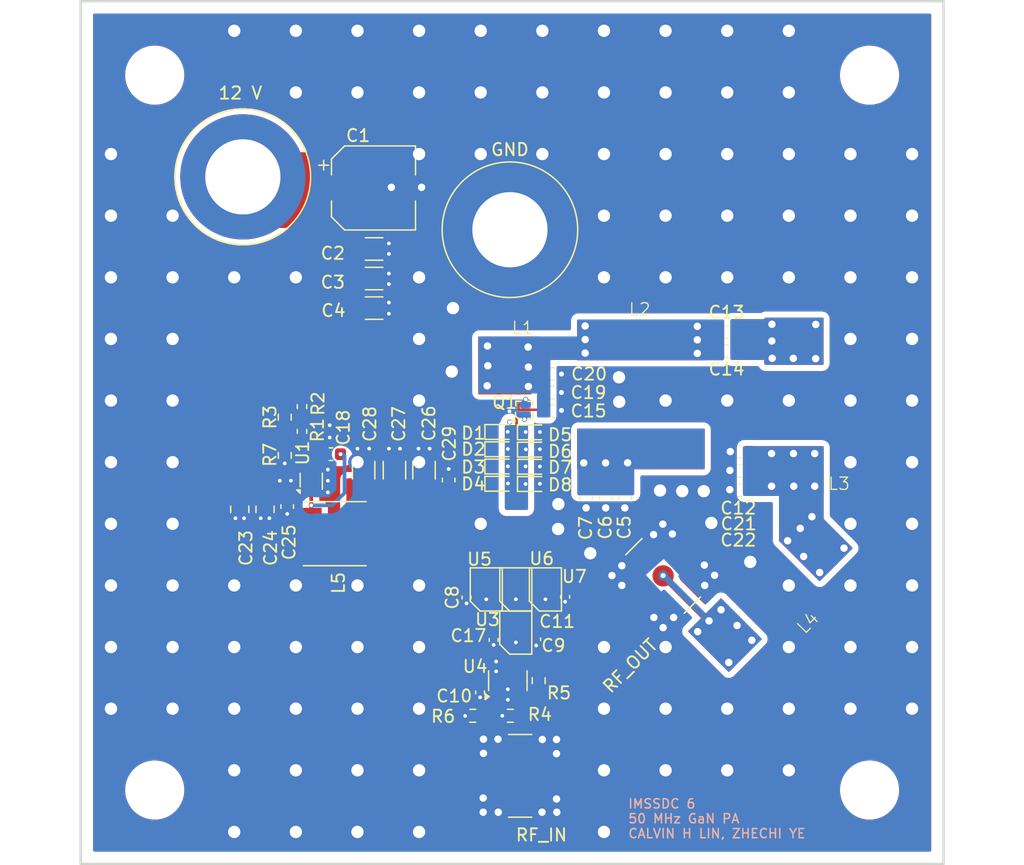
<source format=kicad_pcb>
(kicad_pcb (version 20240108) (generator "pcbnew") (generator_version "8.0")
  (layers (0 "F.Cu" signal) (31 "B.Cu" signal) (34 "B.Paste" user) (35 "F.Paste" user) (36 "B.SilkS" user "B.Silkscreen") (37 "F.SilkS" user "F.Silkscreen") (38 "B.Mask" user) (39 "F.Mask" user) (44 "Edge.Cuts" user))
  (net 0 "")
  (net 1 "GND")
  (net 2 "+12V")
  (net 3 "Net-(C5-Pad1)")
  (net 4 "+5V")
  (net 5 "Net-(C12-Pad1)")
  (net 6 "/D")
  (net 7 "Net-(C13-Pad2)")
  (net 8 "Net-(U1-BST)")
  (net 9 "Net-(U1-SW)")
  (net 10 "/RF_IN")
  (net 11 "/G")
  (net 12 "Net-(U1-EN)")
  (net 13 "Net-(U1-FB)")
  (net 14 "Net-(U4--IN)")
  (net 16 "Net-(U3-A1)")
  (net 18 "Net-(U3-Y1)")
  (net 19 "/G1")
  (net 20 "Net-(J2-In)")
  (footprint "Coilcraft:L_Coilcraft_ZA9423" (layer "F.Cu") (at 129.6 85.3)
    (property "Reference" "L1")
    (property "Value" "20n")
  )
  (footprint "Capacitor_SMD:C_1206_3216Metric" (layer "F.Cu") (at 124.45 80.65)
    (property "Reference" "C4")
    (property "Value" "C_Small")
  )
  (footprint "Diode_SMD:D_SOD-523" (layer "F.Cu") (at 137.3425 94.92)
    (property "Reference" "D8")
    (property "Value" "RB886GT2R")
  )
  (footprint "Capacitor_SMD:C_1206_3216Metric" (layer "F.Cu") (at 124.45 75.85)
    (property "Reference" "C2")
    (property "Value" "C_Small")
  )
  (footprint "Package_TO_SOT_SMD:SOT-23-6" (layer "F.Cu") (at 135.3 110.875 90)
    (property "Reference" "U4")
    (property "Value" "TLV3501")
  )
  (footprint "Coilcraft:Coilcraft_1212VS" (layer "F.Cu") (at 146.1 87.65 -90)
    (property "Reference" "L2")
    (property "Value" "18n")
  )
  (footprint "Connector_Coaxial:SMA_Amphenol_132134-10_Vertical" (layer "F.Cu") (at 136.3 118.6 90)
    (property "Reference" "RF_IN")
    (property "Value" "RF_IN")
  )
  (footprint "Capacitor_SMD:C_0603_1608Metric" (layer "F.Cu") (at 138.95 87.5)
    (property "Reference" "C19")
    (property "Value" "C")
  )
  (footprint "Coilcraft:Coilcraft_2014VS" (layer "F.Cu") (at 158.575 88.55 -90)
    (property "Reference" "L3")
    (property "Value" "128n")
  )
  (footprint "Capacitor_SMD:C_0402_1005Metric" (layer "F.Cu") (at 137.6 107.525 90)
    (property "Reference" "C9")
    (property "Value" "C")
  )
  (footprint "Capacitor_SMD:C_1206_3216Metric" (layer "F.Cu") (at 123.6 93.8 90)
    (property "Reference" "C28")
    (property "Value" "22u")
  )
  (footprint "Capacitor_SMD:C_0603_1608Metric" (layer "F.Cu") (at 138.95 86)
    (property "Reference" "C20")
    (property "Value" "C")
  )
  (footprint "Resistor_SMD:R_0603_1608Metric" (layer "F.Cu") (at 117.2 92.6 -90)
    (property "Reference" "R7")
    (property "Value" "30k")
  )
  (footprint "MountingHole:MountingHole_4.3mm_M4_DIN965" (layer "F.Cu") (at 164.65 61.75)
    (property "Reference" "REF**" (hide yes))
    (property "Value" "MountingHole_4.3mm_M4_DIN965")
  )
  (footprint "Capacitor_SMD:C_0603_1608Metric" (layer "F.Cu") (at 154.1 92.3 180)
    (property "Reference" "C12")
    (property "Value" "C")
  )
  (footprint "Capacitor_SMD:C_1206_3216Metric" (layer "F.Cu") (at 128.5 93.8 90)
    (property "Reference" "C26")
    (property "Value" "22u")
  )
  (footprint "Capacitor_SMD:C_0603_1608Metric" (layer "F.Cu") (at 154.1 93.85 180)
    (property "Reference" "C21")
    (property "Value" "C")
  )
  (footprint "pcbparts:nc7wz04_sc-88_SOIC-6" (layer "F.Cu") (at 135.945 106.975)
    (property "Reference" "U3")
    (property "Value" "NC7WZ04")
  )
  (footprint "Capacitor_SMD:C_0805_2012Metric" (layer "F.Cu") (at 115.6 96.97 -90)
    (property "Reference" "C24")
    (property "Value" "10u")
  )
  (footprint "Capacitor_SMD:C_1206_3216Metric" (layer "F.Cu") (at 124.45 78.25)
    (property "Reference" "C3")
    (property "Value" "C_Small")
  )
  (footprint "pcbparts:nc7wz04_sc-88_SOIC-6" (layer "F.Cu") (at 133.55 103.475)
    (property "Reference" "U5")
    (property "Value" "NC7WZ04")
  )
  (footprint "Connector_Coaxial:SMA_Amphenol_132134-10_Vertical" (layer "F.Cu") (at 147.9 102.375 135)
    (property "Reference" "RF_OUT")
    (property "Value" "RF_OUT")
  )
  (footprint "pcbparts:BGA-9_3x3_6.0x6.0mm" (layer "F.Cu") (at 136.625 88.9 90)
    (property "Reference" "Q1")
    (property "Value" "EPC2214")
  )
  (footprint "Capacitor_SMD:C_0402_1005Metric" (layer "F.Cu") (at 133.05 111.825 -90)
    (property "Reference" "C10")
    (property "Value" "C_Small")
  )
  (footprint "Diode_SMD:D_SOD-523" (layer "F.Cu") (at 134.7 94.9)
    (property "Reference" "D4")
    (property "Value" "RB886GT2R")
  )
  (footprint "Diode_SMD:D_SOD-523" (layer "F.Cu") (at 134.7 93.5)
    (property "Reference" "D3")
    (property "Value" "RB886GT2R")
  )
  (footprint "Diode_SMD:D_SOD-523" (layer "F.Cu") (at 134.7 90.7)
    (property "Reference" "D1")
    (property "Value" "SMS3922")
  )
  (footprint "Diode_SMD:D_SOD-523" (layer "F.Cu") (at 137.3425 93.52)
    (property "Reference" "D7")
    (property "Value" "RB886GT2R")
  )
  (footprint "Capacitor_SMD:C_1206_3216Metric" (layer "F.Cu") (at 126.1 93.8 90)
    (property "Reference" "C27")
    (property "Value" "22u")
  )
  (footprint "Capacitor_SMD:C_0603_1608Metric" (layer "F.Cu") (at 138.95 89)
    (property "Reference" "C15")
    (property "Value" "C")
  )
  (footprint "MountingHole:MountingHole_4.3mm_M4_DIN965" (layer "F.Cu") (at 106.65 61.75)
    (property "Reference" "REF**" (hide yes))
    (property "Value" "MountingHole_4.3mm_M4_DIN965")
  )
  (footprint "Package_TO_SOT_SMD:SOT-563" (layer "F.Cu") (at 119.35 94.7 90)
    (property "Reference" "U1")
    (property "Value" "TPS563203")
  )
  (footprint "Diode_SMD:D_SOD-523" (layer "F.Cu") (at 134.7 92.1)
    (property "Reference" "D2")
    (property "Value" "RB886GT2R")
  )
  (footprint "Capacitor_SMD:C_0402_1005Metric" (layer "F.Cu") (at 131.95 104.125 90)
    (property "Reference" "C8")
    (property "Value" "C")
  )
  (footprint "Capacitor_SMD:C_0603_1608Metric" (layer "F.Cu") (at 141.65 96.025 -90)
    (property "Reference" "C7")
    (property "Value" "C")
  )
  (footprint "Capacitor_SMD:C_0603_1608Metric" (layer "F.Cu") (at 117.4 96.75 -90)
    (property "Reference" "C25")
    (property "Value" "100n")
  )
  (footprint "Resistor_SMD:R_0603_1608Metric" (layer "F.Cu") (at 132.45 113.725 180)
    (property "Reference" "R6")
    (property "Value" "SHORT")
  )
  (footprint "Diode_SMD:D_SOD-523" (layer "F.Cu") (at 137.34 90.73)
    (property "Reference" "D5")
    (property "Value" "RB886GT2R")
  )
  (footprint "Connector:Banana_Jack_1Pin" (layer "F.Cu") (at 113.8 70)
    (property "Reference" "12 V")
    (property "Value" "Conn_01x01_Pin")
  )
  (footprint "Capacitor_SMD:C_0603_1608Metric" (layer "F.Cu") (at 144.8 96.025 -90)
    (property "Reference" "C5")
    (property "Value" "C")
  )
  (footprint "Resistor_SMD:R_0603_1608Metric" (layer "F.Cu") (at 117.2 89.5 -90)
    (property "Reference" "R3")
    (property "Value" "220k")
  )
  (footprint "Capacitor_SMD:C_0603_1608Metric" (layer "F.Cu") (at 153.1 82.6)
    (property "Reference" "C13")
    (property "Value" "C")
  )
  (footprint "MountingHole:MountingHole_4.3mm_M4_DIN965" (layer "F.Cu") (at 164.65 119.75)
    (property "Reference" "REF**" (hide yes))
    (property "Value" "MountingHole_4.3mm_M4_DIN965")
  )
  (footprint "Resistor_SMD:R_0603_1608Metric" (layer "F.Cu") (at 137.8 110.875 -90)
    (property "Reference" "R5")
    (property "Value" "OPEN")
  )
  (footprint "Capacitor_SMD:C_0402_1005Metric" (layer "F.Cu") (at 134.15 107.575 -90)
    (property "Reference" "C17")
    (property "Value" "C_Small")
  )
  (footprint "Inductor_SMD:L_Taiyo-Yuden_MD-5050" (layer "F.Cu") (at 121.25 98.95)
    (property "Reference" "L5")
    (property "Value" "2.2U")
  )
  (footprint "Resistor_SMD:R_0603_1608Metric" (layer "F.Cu") (at 135.5 113.725)
    (property "Reference" "R4")
    (property "Value" "50")
  )
  (footprint "Capacitor_SMD:CP_Elec_6.3x7.7" (layer "F.Cu") (at 124.4 70.9)
    (property "Reference" "C1")
    (property "Value" "C_Small")
  )
  (footprint "Resistor_SMD:R_0402_1005Metric" (layer "F.Cu") (at 118.6 88.64 90)
    (property "Reference" "R2")
    (property "Value" "15k")
  )
  (footprint "MountingHole:MountingHole_4.3mm_M4_DIN965" (layer "F.Cu") (at 106.65 119.75)
    (property "Reference" "REF**" (hide yes))
    (property "Value" "MountingHole_4.3mm_M4_DIN965")
  )
  (footprint "Capacitor_SMD:C_0603_1608Metric" (layer "F.Cu") (at 130.5 94.6 90)
    (property "Reference" "C29")
    (property "Value" "100n")
  )
  (footprint "Coilcraft:Coilcraft_2014VS" (layer "F.Cu") (at 156.594509 103.5 -135)
    (property "Reference" "L4")
    (property "Value" "259n")
  )
  (footprint "Connector:Banana_Jack_1Pin" (layer "F.Cu") (at 135.47 74.29)
    (property "Reference" "GND")
    (property "Value" "Conn_01x01_Pin")
  )
  (footprint "Diode_SMD:D_SOD-523" (layer "F.Cu") (at 137.3425 92.13)
    (property "Reference" "D6")
    (property "Value" "RB886GT2R")
  )
  (footprint "pcbparts:nc7wz04_sc-88_SOIC-6" (layer "F.Cu") (at 135.95 103.475)
    (property "Reference" "U6")
    (property "Value" "NC7WZ04")
  )
  (footprint "Capacitor_SMD:C_0603_1608Metric" (layer "F.Cu") (at 120.95 92.5 180)
    (property "Reference" "C18")
    (property "Value" "0.1u")
  )
  (footprint "Resistor_SMD:R_0402_1005Metric" (layer "F.Cu") (at 118.6 90.65 90)
    (property "Reference" "R1")
    (property "Value" "100k")
  )
  (footprint "Capacitor_SMD:C_0603_1608Metric" (layer "F.Cu") (at 153.1 84.15)
    (property "Reference" "C14")
    (property "Value" "C")
  )
  (footprint "Capacitor_SMD:C_0603_1608Metric" (layer "F.Cu") (at 143.25 96.025 -90)
    (property "Reference" "C6")
    (property "Value" "C")
  )
  (footprint "Capacitor_SMD:C_0402_1005Metric" (layer "F.Cu") (at 139.95 104.075 90)
    (property "Reference" "C11")
    (property "Value" "C")
  )
  (footprint "Capacitor_SMD:C_0805_2012Metric" (layer "F.Cu") (at 113.55 96.97 -90)
    (property "Reference" "C23")
    (property "Value" "10u")
  )
  (footprint "pcbparts:nc7wz04_sc-88_SOIC-6" (layer "F.Cu") (at 138.35 103.475)
    (property "Reference" "U7")
    (property "Value" "NC7WZ04")
  )
  (footprint "Capacitor_SMD:C_0603_1608Metric" (layer "F.Cu") (at 154.1 95.4 180)
    (property "Reference" "C22")
    (property "Value" "C")
  )
  (gr_rect (start 100.65 55.75) (end 170.65 125.75) (stroke (width 0.2)) (fill none) (layer "Edge.Cuts"))
  (gr_text "IMSSDC 6\n50 MHz GaN PA\nCALVIN H LIN, ZHECHI YE" (at 145 123.72 0) (layer "B.SilkS") (effects (font (size 0.75 0.75) (thickness 0.125) (bold yes)) (justify left bottom)))
  (segment (start 136.625 89.35) (end 137.06 89.35) (width 0.2) (layer "F.Cu") (net 1))
  (segment (start 136.65 88.42) (end 136.64 88.43) (width 0.2) (layer "F.Cu") (net 1))
  (segment (start 136.625 89.645) (end 136.65 89.67) (width 0.2) (layer "F.Cu") (net 1))
  (segment (start 136.625 88.45) (end 137.07 88.45) (width 0.2) (layer "F.Cu") (net 1))
  (segment (start 136.625 88.175) (end 136.75 88.05) (width 0.2) (layer "F.Cu") (net 1))
  (segment (start 136.625 89.35) (end 136.625 89.645) (width 0.2) (layer "F.Cu") (net 1))
  (segment (start 136.625 88.45) (end 136.625 88.175) (width 0.2) (layer "F.Cu") (net 1))
  (via (at 130.5 93.7) (size 0.6) (drill 0.3) (layers "F.Cu" "B.Cu") (net 1))
  (via (at 139.38 98.57) (size 1.5) (drill 1) (layers "F.Cu" "B.Cu") (net 1))
  (via (at 123.1 103.15) (size 1.5) (drill 1) (layers "F.Cu" "B.Cu") (net 1))
  (via (at 128.1 83.15) (size 1.5) (drill 1) (layers "F.Cu" "B.Cu") (net 1))
  (via (at 168.1 78.15) (size 1.5) (drill 1) (layers "F.Cu" "B.Cu") (net 1))
  (via (at 151.2 95.5) (size 1.5) (drill 1) (layers "F.Cu" "B.Cu") (net 1))
  (via (at 138.1 68.15) (size 1.5) (drill 1) (layers "F.Cu" "B.Cu") (net 1))
  (via (at 113.1 118.15) (size 1.5) (drill 1) (layers "F.Cu" "B.Cu") (net 1))
  (via (at 128.1 118.15) (size 1.5) (drill 1) (layers "F.Cu" "B.Cu") (net 1))
  (via (at 133.55 104.275) (size 0.4) (drill 0.3) (layers "F.Cu" "B.Cu") (net 1))
  (via (at 134.525 121.55) (size 1) (drill 0.6) (layers "F.Cu" "B.Cu") (net 1))
  (via (at 163.1 73.15) (size 1.5) (drill 1) (layers "F.Cu" "B.Cu") (net 1))
  (via (at 143.1 58.15) (size 1.5) (drill 1) (layers "F.Cu" "B.Cu") (net 1))
  (via (at 134.35 110.125) (size 0.4) (drill 0.3) (layers "F.Cu" "B.Cu") (net 1))
  (via (at 148.1 68.15) (size 1.5) (drill 1) (layers "F.Cu" "B.Cu") (net 1))
  (via (at 153.1 73.15) (size 1.5) (drill 1) (layers "F.Cu" "B.Cu") (net 1))
  (via (at 103.1 93.15) (size 1.5) (drill 1) (layers "F.Cu" "B.Cu") (net 1))
  (via (at 108.1 73.15) (size 1.5) (drill 1) (layers "F.Cu" "B.Cu") (net 1))
  (via (at 123.1 63.15) (size 1.5) (drill 1) (layers "F.Cu" "B.Cu") (net 1))
  (via (at 103.1 113.15) (size 1.5) (drill 1) (layers "F.Cu" "B.Cu") (net 1))
  (via (at 128.05 92.05) (size 0.6) (drill 0.3) (layers "F.Cu" "B.Cu") (net 1))
  (via (at 158.1 113.15) (size 1.5) (drill 1) (layers "F.Cu" "B.Cu") (net 1))
  (via (at 116.8 94.65) (size 0.6) (drill 0.3) (layers "F.Cu" "B.Cu") (net 1))
  (via (at 118.1 123.15) (size 1.5) (drill 1) (layers "F.Cu" "B.Cu") (net 1))
  (via (at 163.1 98.15) (size 1.5) (drill 1) (layers "F.Cu" "B.Cu") (net 1))
  (via (at 158.1 118.15) (size 1.5) (drill 1) (layers "F.Cu" "B.Cu") (net 1))
  (via (at 128.1 108.15) (size 1.5) (drill 1) (layers "F.Cu" "B.Cu") (net 1))
  (via (at 144.32 86.26) (size 1.5) (drill 1) (layers "F.Cu" "B.Cu") (net 1))
  (via (at 139.25 115.65) (size 1) (drill 0.6) (layers "F.Cu" "B.Cu") (net 1))
  (via (at 128.1 58.15) (size 1.5) (drill 1) (layers "F.Cu" "B.Cu") (net 1))
  (via (at 168.1 73.15) (size 1.5) (drill 1) (layers "F.Cu" "B.Cu") (net 1))
  (via (at 103.1 78.15) (size 1.5) (drill 1) (layers "F.Cu" "B.Cu") (net 1))
  (via (at 143.75 102.35) (size 1) (drill 0.6) (layers "F.Cu" "B.Cu") (net 1))
  (via (at 147.15 105.75) (size 1) (drill 0.6) (layers "F.Cu" "B.Cu") (net 1))
  (via (at 131.84 113.735) (size 0.4) (drill 0.3) (layers "F.Cu" "B.Cu") (net 1))
  (via (at 108.1 108.15) (size 1.5) (drill 1) (layers "F.Cu" "B.Cu") (net 1))
  (via (at 168.1 88.15) (size 1.5) (drill 1) (layers "F.Cu" "B.Cu") (net 1))
  (via (at 163.1 93.15) (size 1.5) (drill 1) (layers "F.Cu" "B.Cu") (net 1))
  (via (at 103.1 103.15) (size 1.5) (drill 1) (layers "F.Cu" "B.Cu") (net 1))
  (via (at 128.1 113.15) (size 1.5) (drill 1) (layers "F.Cu" "B.Cu") (net 1))
  (via (at 133.1 98.15) (size 1.5) (drill 1) (layers "F.Cu" "B.Cu") (net 1))
  (via (at 168.1 93.15) (size 1.5) (drill 1) (layers "F.Cu" "B.Cu") (net 1))
  (via (at 125.65 92.05) (size 0.6) (drill 0.3) (layers "F.Cu" "B.Cu") (net 1))
  (via (at 118.1 108.15) (size 1.5) (drill 1) (layers "F.Cu" "B.Cu") (net 1))
  (via (at 143.1 123.15) (size 1.5) (drill 1) (layers "F.Cu" "B.Cu") (net 1))
  (via (at 168.1 108.15) (size 1.5) (drill 1) (layers "F.Cu" "B.Cu") (net 1))
  (via (at 148.1 58.15) (size 1.5) (drill 1) (layers "F.Cu" "B.Cu") (net 1))
  (via (at 131.95 104.605) (size 0.4) (drill 0.3) (layers "F.Cu" "B.Cu") (net 1))
  (via (at 103.1 108.15) (size 1.5) (drill 1) (layers "F.Cu" "B.Cu") (net 1))
  (via (at 163.1 83.15) (size 1.5) (drill 1) (layers "F.Cu" "B.Cu") (net 1))
  (via (at 113.1 103.15) (size 1.5) (drill 1) (layers "F.Cu" "B.Cu") (net 1))
  (via (at 137.9 93.5) (size 0.4) (drill 0.3) (layers "F.Cu" "B.Cu") (net 1))
  (via (at 152.075 102.325) (size 1) (drill 0.6) (layers "F.Cu" "B.Cu") (net 1))
  (via (at 103.1 83.15) (size 1.5) (drill 1) (layers "F.Cu" "B.Cu") (net 1))
  (via (at 125.65 77.85) (size 0.6) (drill 0.3) (layers "F.Cu" "B.Cu") (net 1))
  (via (at 158.1 73.15) (size 1.5) (drill 1) (layers "F.Cu" "B.Cu") (net 1))
  (via (at 134.35 109.325) (size 0.4) (drill 0.3) (layers "F.Cu" "B.Cu") (net 1))
  (via (at 144.34 88.25) (size 1.5) (drill 1) (layers "F.Cu" "B.Cu") (net 1))
  (via (at 143.1 118.15) (size 1.5) (drill 1) (layers "F.Cu" "B.Cu") (net 1))
  (via (at 115.25 97.7) (size 0.6) (drill 0.3) (layers "F.Cu" "B.Cu") (net 1))
  (via (at 148.1 118.15) (size 1.5) (drill 1) (layers "F.Cu" "B.Cu") (net 1))
  (via (at 163.1 78.15) (size 1.5) (drill 1) (layers "F.Cu" "B.Cu") (net 1))
  (via (at 123.1 113.15) (size 1.5) (drill 1) (layers "F.Cu" "B.Cu") (net 1))
  (via (at 113.1 108.15) (size 1.5) (drill 1) (layers "F.Cu" "B.Cu") (net 1))
  (via (at 163.1 108.15) (size 1.5) (drill 1) (layers "F.Cu" "B.Cu") (net 1))
  (via (at 154.97 101.24) (size 1.5) (drill 1) (layers "F.Cu" "B.Cu") (net 1))
  (via (at 163.1 103.15) (size 1.5) (drill 1) (layers "F.Cu" "B.Cu") (net 1))
  (via (at 125.65 76.25) (size 0.6) (drill 0.3) (layers "F.Cu" "B.Cu") (net 1))
  (via (at 125.65 78.7) (size 0.6) (drill 0.3) (layers "F.Cu" "B.Cu") (net 1))
  (via (at 168.1 113.15) (size 1.5) (drill 1) (layers "F.Cu" "B.Cu") (net 1))
  (via (at 108.1 88.15) (size 1.5) (drill 1) (layers "F.Cu" "B.Cu") (net 1))
  (via (at 108.1 78.15) (size 1.5) (drill 1) (layers "F.Cu" "B.Cu") (net 1))
  (via (at 153.1 63.15) (size 1.5) (drill 1) (layers "F.Cu" "B.Cu") (net 1))
  (via (at 139.65 88.95) (size 0.8) (drill 0.4) (layers "F.Cu" "B.Cu") (net 1))
  (via (at 133.1 68.15) (size 1.5) (drill 1) (layers "F.Cu" "B.Cu") (net 1))
  (via (at 120.7 94.65) (size 0.6) (drill 0.3) (layers "F.Cu" "B.Cu") (net 1))
  (via (at 143.1 78.15) (size 1.5) (drill 1) (layers "F.Cu" "B.Cu") (net 1))
  (via (at 108.1 98.15) (size 1.5) (drill 1) (layers "F.Cu" "B.Cu") (net 1))
  (via (at 126.55 92.05) (size 0.6) (drill 0.3) (layers "F.Cu" "B.Cu") (net 1))
  (via (at 139.25 120.475) (size 1) (drill 0.6) (layers "F.Cu" "B.Cu") (net 1))
  (via (at 151.81 98.08) (size 1.5) (drill 1) (layers "F.Cu" "B.Cu") (net 1))
  (via (at 136.75 88.05) (size 0.4) (drill 0.3) (layers "F.Cu" "B.Cu") (net 1))
  (via (at 123.1 123.15) (size 1.5) (drill 1) (layers "F.Cu" "B.Cu") (net 1))
  (via (at 128.95 92.05) (size 0.6) (drill 0.3) (layers "F.Cu" "B.Cu") (net 1))
  (via (at 144.55 101.55) (size 1) (drill 0.6) (layers "F.Cu" "B.Cu") (net 1))
  (via (at 153.35 92.29) (size 1) (drill 0.6) (layers "F.Cu" "B.Cu") (net 1))
  (via (at 125.65 80.2) (size 0.6) (drill 0.3) (layers "F.Cu" "B.Cu") (net 1))
  (via (at 151.25 101.5) (size 1) (drill 0.6) (layers "F.Cu" "B.Cu") (net 1))
  (via (at 168.1 103.15) (size 1.5) (drill 1) (layers "F.Cu" "B.Cu") (net 1))
  (via (at 147.875 98.175) (size 1) (drill 0.6) (layers "F.Cu" "B.Cu") (net 1))
  (via (at 144.79 96.86) (size 1) (drill 0.6) (layers "F.Cu" "B.Cu") (net 1))
  (via (at 168.1 83.15) (size 1.5) (drill 1) (layers "F.Cu" "B.Cu") (net 1))
  (via (at 108.1 113.15) (size 1.5) (drill 1) (layers "F.Cu" "B.Cu") (net 1))
  (via (at 158.1 88.15) (size 1.5) (drill 1) (layers "F.Cu" "B.Cu") (net 1))
  (via (at 133.1 63.15) (size 1.5) (drill 1) (layers "F.Cu" "B.Cu") (net 1))
  (via (at 118.1 118.15) (size 1.5) (drill 1) (layers "F.Cu" "B.Cu") (net 1))
  (via (at 118.1 113.15) (size 1.5) (drill 1) (layers "F.Cu" "B.Cu") (net 1))
  (via (at 115.95 97.7) (size 0.6) (drill 0.3) (layers "F.Cu" "B.Cu") (net 1))
  (via (at 143.1 113.15) (size 1.5) (drill 1) (layers "F.Cu" "B.Cu") (net 1))
  (via (at 163.1 88.15) (size 1.5) (drill 1) (layers "F.Cu" "B.Cu") (net 1))
  (via (at 103.1 88.15) (size 1.5) (drill 1) (layers "F.Cu" "B.Cu") (net 1))
  (via (at 130.85 80.65) (size 1.5) (drill 1) (layers "F.Cu" "B.Cu") (net 1))
  (via (at 128.1 63.15) (size 1.5) (drill 1) (layers "F.Cu" "B.Cu") (net 1))
  (via (at 113.1 113.15) (size 1.5) (drill 1) (layers "F.Cu" "B.Cu") (net 1))
  (via (at 138.1 63.15) (size 1.5) (drill 1) (layers "F.Cu" "B.Cu") (net 1))
  (via (at 163.1 113.15) (size 1.5) (drill 1) (layers "F.Cu" "B.Cu") (net 1))
  (via (at 128.1 78.15) (size 1.5) (drill 1) (layers "F.Cu" "B.Cu") (net 1))
  (via (at 136.65 89.67) (size 0.4) (drill 0.3) (layers "F.Cu" "B.Cu") (net 1))
  (via (at 158.1 103.15) (size 1.5) (drill 1) (layers "F.Cu" "B.Cu") (net 1))
  (via (at 148.1 113.15) (size 1.5) (drill 1) (layers "F.Cu" "B.Cu") (net 1))
  (via (at 153.1 118.15) (size 1.5) (drill 1) (layers "F.Cu" "B.Cu") (net 1))
  (via (at 153.32 93.82) (size 1) (drill 0.6) (layers "F.Cu" "B.Cu") (net 1))
  (via (at 103.1 68.15) (size 1.5) (drill 1) (layers "F.Cu" "B.Cu") (net 1))
  (via (at 125.85 70.85) (size 1) (drill 0.6) (layers "F.Cu" "B.Cu") (net 1))
  (via (at 143.1 68.15) (size 1.5) (drill 1) (layers "F.Cu" "B.Cu") (net 1))
  (via (at 137.9 94.9) (size 0.4) (drill 0.3) (layers "F.Cu" "B.Cu") (net 1))
  (via (at 163.1 68.15) (size 1.5) (drill 1) (layers "F.Cu" "B.Cu") (net 1))
  (via (at 143.1 63.15) (size 1.5) (drill 1) (layers "F.Cu" "B.Cu") (net 1))
  (via (at 151.275 103.15) (size 1) (drill 0.6) (layers "F.Cu" "B.Cu") (net 1))
  (via (at 141.65 96.86) (size 1) (drill 0.6) (layers "F.Cu" "B.Cu") (net 1))
  (via (at 143.1 73.15) (size 1.5) (drill 1) (layers "F.Cu" "B.Cu") (net 1))
  (via (at 153.1 88.15) (size 1.5) (drill 1) (layers "F.Cu" "B.Cu") (net 1))
  (via (at 141.99 100.54) (size 1.5) (drill 1) (layers "F.Cu" "B.Cu") (net 1))
  (via (at 130.75 85.8) (size 1.5) (drill 1) (layers "F.Cu" "B.Cu") (net 1))
  (via (at 147.9 106.575) (size 1) (drill 0.6) (layers "F.Cu" "B.Cu") (net 1))
  (via (at 135.3 112.425) (size 0.4) (drill 0.3) (layers "F.Cu" "B.Cu") (net 1))
  (via (at 118.1 63.15) (size 1.5) (drill 1) (layers "F.Cu" "B.Cu") (net 1))
  (via (at 120.85 91.15) (size 0.6) (drill 0.3) (layers "F.Cu" "B.Cu") (net 1))
  (via (at 123.1 93.15) (size 1.5) (drill 1) (layers "F.Cu" "B.Cu") (net 1))
  (via (at 113.1 123.15) (size 1.5) (drill 1) (layers "F.Cu" "B.Cu") (net 1))
  (via (at 135.95 107.775) (size 0.4) (drill 0.3) (layers "F.Cu" "B.Cu") (net 1))
  (via (at 148.1 63.15) (size 1.5) (drill 1) (layers "F.Cu" "B.Cu") (net 1))
  (via (at 158.1 78.15) (size 1.5) (drill 1) (layers "F.Cu" "B.Cu") (net 1))
  (via (at 118.1 103.15) (size 1.5) (drill 1) (layers "F.Cu" "B.Cu") (net 1))
  (via (at 133.325 115.625) (size 1) (drill 0.6) (layers "F.Cu" "B.Cu") (net 1))
  (via (at 153.1 68.15) (size 1.5) (drill 1) (layers "F.Cu" "B.Cu") (net 1))
  (via (at 128.1 103.15) (size 1.5) (drill 1) (layers "F.Cu" "B.Cu") (net 1))
  (via (at 133.3 121.55) (size 1) (drill 0.6) (layers "F.Cu" "B.Cu") (net 1))
  (via (at 108.1 103.15) (size 1.5) (drill 1) (layers "F.Cu" "B.Cu") (net 1))
  (via (at 120.7 93.75) (size 0.6) (drill 0.3) (layers "F.Cu" "B.Cu") (net 1))
  (via (at 168.1 68.15) (size 1.5) (drill 1) (layers "F.Cu" "B.Cu") (net 1))
  (via (at 108.1 93.15) (size 1.5) (drill 1) (layers "F.Cu" "B.Cu") (net 1))
  (via (at 113.1 58.15) (size 1.5) (drill 1) (layers "F.Cu" "B.Cu") (net 1))
  (via (at 139.275 121.55) (size 1) (drill 0.6) (layers "F.Cu" "B.Cu") (net 1))
  (via (at 128.1 88.15) (size 1.5) (drill 1) (layers "F.Cu" "B.Cu") (net 1))
  (via (at 138.1 58.15) (size 1.5) (drill 1) (layers "F.Cu" "B.Cu") (net 1))
  (via (at 128.3 70.85) (size 1) (drill 0.6) (layers "F.Cu" "B.Cu") (net 1))
  (via (at 139.4 96.55) (size 1.5) (drill 1) (layers "F.Cu" "B.Cu") (net 1))
  (via (at 153.1 78.15) (size 1.5) (drill 1) (layers "F.Cu" "B.Cu") (net 1))
  (via (at 148.1 78.15) (size 1.5) (drill 1) (layers "F.Cu" "B.Cu") (net 1))
  (via (at 124.05 92.05) (size 0.6) (drill 0.3) (layers "F.Cu" "B.Cu") (net 1))
  (via (at 120.85 90.15) (size 0.6) (drill 0.3) (layers "F.Cu" "B.Cu") (net 1))
  (via (at 148.75 105.75) (size 1) (drill 0.6) (layers "F.Cu" "B.Cu") (net 1))
  (via (at 103.1 98.15) (size 1.5) (drill 1) (layers "F.Cu" "B.Cu") (net 1))
  (via (at 123.1 118.15) (size 1.5) (drill 1) (layers "F.Cu" "B.Cu") (net 1))
  (via (at 135.43 89.02) (size 0.4) (drill 0.3) (layers "F.Cu" "B.Cu") (net 1))
  (via (at 123.1 92.05) (size 0.6) (drill 0.3) (layers "F.Cu" "B.Cu") (net 1))
  (via (at 148.1 88.15) (size 1.5) (drill 1) (layers "F.Cu" "B.Cu") (net 1))
  (via (at 117.4 97.35) (size 0.6) (drill 0.3) (layers "F.Cu" "B.Cu") (net 1))
  (via (at 128.1 123.15) (size 1.5) (drill 1) (layers "F.Cu" "B.Cu") (net 1))
  (via (at 168.1 98.15) (size 1.5) (drill 1) (layers "F.Cu" "B.Cu") (net 1))
  (via (at 147.65 95.45) (size 1.5) (drill 1) (layers "F.Cu" "B.Cu") (net 1))
  (via (at 134.85 113.725) (size 0.4) (drill 0.3) (layers "F.Cu" "B.Cu") (net 1))
  (via (at 133.3 120.4) (size 1) (drill 0.6) (layers "F.Cu" "B.Cu") (net 1))
  (via (at 117.7 94.65) (size 0.6) (drill 0.3) (layers "F.Cu" "B.Cu") (net 1))
  (via (at 148.65 98.975) (size 1) (drill 0.6) (layers "F.Cu" "B.Cu") (net 1))
  (via (at 138.35 104.275) (size 0.4) (drill 0.3) (layers "F.Cu" "B.Cu") (net 1))
  (via (at 118.1 58.15) (size 1.5) (drill 1) (layers "F.Cu" "B.Cu") (net 1))
  (via (at 128.1 93.15) (size 1.5) (drill 1) (layers "F.Cu" "B.Cu") (net 1))
  (via (at 137.6 108.025) (size 0.4) (drill 0.3) (layers "F.Cu" "B.Cu") (net 1))
  (via (at 153.1 58.15) (size 1.5) (drill 1) (layers "F.Cu" "B.Cu") (net 1))
  (via (at 133.1 58.15) (size 1.5) (drill 1) (layers "F.Cu" "B.Cu") (net 1))
  (via (at 123.1 58.15) (size 1.5) (drill 1) (layers "F.Cu" "B.Cu") (net 1))
  (via (at 153.31 95.38) (size 1) (drill 0.6) (layers "F.Cu" "B.Cu") (net 1))
  (via (at 137.9 92.1) (size 0.4) (drill 0.3) (layers "F.Cu" "B.Cu") (net 1))
  (via (at 113.2 97.7) (size 0.6) (drill 0.3) (layers "F.Cu" "B.Cu") (net 1))
  (via (at 158.1 63.15) (size 1.5) (drill 1) (layers "F.Cu" "B.Cu") (net 1))
  (via (at 135.95 104.275) (size 0.4) (drill 0.3) (layers "F.Cu" "B.Cu") (net 1))
  (via (at 153.1 113.15) (size 1.5) (drill 1) (layers "F.Cu" "B.Cu") (net 1))
  (via (at 125.65 81.1) (size 0.6) (drill 0.3) (layers "F.Cu" "B.Cu") (net 1))
  (via (at 133.325 116.775) (size 1) (drill 0.6) (layers "F.Cu" "B.Cu") (net 1))
  (via (at 123.1 108.15) (size 1.5) (drill 1) (layers "F.Cu" "B.Cu") (net 1))
  (via (at 118.1 78.15) (size 1.5) (drill 1) (layers "F.Cu" "B.Cu") (net 1))
  (via (at 148.1 73.15) (size 1.5) (drill 1) (layers "F.Cu" "B.Cu") (net 1))
  (via (at 143.1 108.15) (size 1.5) (drill 1) (layers "F.Cu" "B.Cu") (net 1))
  (via (at 120.7 95.6) (size 0.6) (drill 0.3) (layers "F.Cu" "B.Cu") (net 1))
  (via (at 143.24 96.86) (size 1) (drill 0.6) (layers "F.Cu" "B.Cu") (net 1))
  (via (at 117.2 93.25) (size 0.4) (drill 0.3) (layers "F.Cu" "B.Cu") (net 1))
  (via (at 139.65 87.5) (size 0.8) (drill 0.4) (layers "F.Cu" "B.Cu") (net 1))
  (via (at 128.1 68.15) (size 1.5) (drill 1) (layers "F.Cu" "B.Cu") (net 1))
  (via (at 148.1 108.15) (size 1.5) (drill 1) (layers "F.Cu" "B.Cu") (net 1))
  (via (at 134.5 115.625) (size 1) (drill 0.6) (layers "F.Cu" "B.Cu") (net 1))
  (via (at 139.95 104.475) (size 0.4) (drill 0.3) (layers "F.Cu" "B.Cu") (net 1))
  (via (at 113.1 78.15) (size 1.5) (drill 1) (layers "F.Cu" "B.Cu") (net 1))
  (via (at 139.65 86) (size 0.8) (drill 0.4) (layers "F.Cu" "B.Cu") (net 1))
  (via (at 139.25 116.8) (size 1) (drill 0.6) (layers "F.Cu" "B.Cu") (net 1))
  (via (at 158.1 68.15) (size 1.5) (drill 1) (layers "F.Cu" "B.Cu") (net 1))
  (via (at 158.1 108.15) (size 1.5) (drill 1) (layers "F.Cu" "B.Cu") (net 1))
  (via (at 113.9 97.7) (size 0.6) (drill 0.3) (layers "F.Cu" "B.Cu") (net 1))
  (via (at 138.075 121.55) (size 1) (drill 0.6) (layers "F.Cu" "B.Cu") (net 1))
  (via (at 158.1 58.15) (size 1.5) (drill 1) (layers "F.Cu" "B.Cu") (net 1))
  (via (at 144.55 103.15) (size 1) (drill 0.6) (layers "F.Cu" "B.Cu") (net 1))
  (via (at 149.45 95.5) (size 1.5) (drill 1) (layers "F.Cu" "B.Cu") (net 1))
  (via (at 147.125 99.025) (size 1) (drill 0.6) (layers "F.Cu" "B.Cu") (net 1))
  (via (at 135.3 111.575) (size 0.4) (drill 0.3) (layers "F.Cu" "B.Cu") (net 1))
  (via (at 125.65 75.4) (size 0.6) (drill 0.3) (layers "F.Cu" "B.Cu") (net 1))
  (via (at 133.05 112.225) (size 0.4) (drill 0.3) (layers "F.Cu" "B.Cu") (net 1))
  (via (at 108.1 83.15) (size 1.5) (drill 1) (layers "F.Cu" "B.Cu") (net 1))
  (via (at 137.9 90.7) (size 0.4) (drill 0.3) (layers "F.Cu" "B.Cu") (net 1))
  (via (at 103.1 73.15) (size 1.5) (drill 1) (layers "F.Cu" "B.Cu") (net 1))
  (via (at 138.1 115.65) (size 1) (drill 0.6) (layers "F.Cu" "B.Cu") (net 1))
  (via (at 134.15 107.975) (size 0.4) (drill 0.3) (layers "F.Cu" "B.Cu") (net 1))
  (segment (start 124.275 85.165) (end 124.14 85.3) (width 1.5) (layer "F.Cu") (net 2))
  (via (at 143.23 93.21) (size 1) (drill 0.6) (layers "F.Cu" "B.Cu") (net 3))
  (via (at 141.46 93.21) (size 1) (drill 0.6) (layers "F.Cu" "B.Cu") (net 3))
  (via (at 145.02 93.2) (size 1) (drill 0.6) (layers "F.Cu" "B.Cu") (net 3))
  (segment (start 135.82 107.045) (end 135.7025 106.9275) (width 0.3) (layer "F.Cu") (net 4))
  (segment (start 136.5625 110.05) (end 136.25 109.7375) (width 0.3) (layer "F.Cu") (net 4))
  (segment (start 138.57 103.405) (end 135.73 103.405) (width 0.3) (layer "F.Cu") (net 4))
  (segment (start 133.09 103.645) (end 133.33 103.405) (width 0.3) (layer "F.Cu") (net 4))
  (segment (start 129.405456 91.4) (end 131.35 93.344544) (width 0.3) (layer "F.Cu") (net 4))
  (segment (start 140.259999 103.595) (end 139.95 103.595) (width 0.5) (layer "F.Cu") (net 4))
  (segment (start 130.5 97.85) (end 130.45 97.9) (width 1) (layer "F.Cu") (net 4))
  (segment (start 118.989634 87.51) (end 122.879634 91.4) (width 0.3) (layer "F.Cu") (net 4))
  (segment (start 133.05 107.885001) (end 133.840001 107.095) (width 0.5) (layer "F.Cu") (net 4))
  (segment (start 130.45 97.9) (end 130.45 102.55) (width 1) (layer "F.Cu") (net 4))
  (segment (start 135.7025 106.9275) (end 135.945 106.685) (width 0.3) (layer "F.Cu") (net 4))
  (segment (start 131.35 94.525) (end 130.5 95.375) (width 0.3) (layer "F.Cu") (net 4))
  (segment (start 139.95 103.595) (end 138.76 103.595) (width 0.3) (layer "F.Cu") (net 4))
  (segment (start 137.8 110.05) (end 136.5625 110.05) (width 0.3) (layer "F.Cu") (net 4))
  (segment (start 137.6 107.045) (end 137.909999 107.045) (width 0.5) (layer "F.Cu") (net 4))
  (segment (start 137.909999 107.045) (end 138.36 107.495001) (width 0.5) (layer "F.Cu") (net 4))
  (segment (start 130.45 108.725) (end 133.05 111.325) (width 1) (layer "F.Cu") (net 4))
  (segment (start 122.879634 91.4) (end 129.405456 91.4) (width 0.3) (layer "F.Cu") (net 4))
  (segment (start 130.45 97.8) (end 130.5 97.85) (width 1) (layer "F.Cu") (net 4))
  (segment (start 138.35 103.185) (end 138.35 102.555) (width 0.3) (layer "F.Cu") (net 4))
  (segment (start 134.15 107.095) (end 135.535 107.095) (width 0.3) (layer "F.Cu") (net 4))
  (segment (start 130.45 95.425) (end 130.45 97.8) (width 1) (layer "F.Cu") (net 4))
  (segment (start 133.840001 107.095) (end 134.15 107.095) (width 0.5) (layer "F.Cu") (net 4))
  (segment (start 133.33 103.405) (end 133.55 103.185) (width 0.3) (layer "F.Cu") (net 4))
  (segment (start 135.95 103.185) (end 135.73 103.405) (width 0.3) (layer "F.Cu") (net 4))
  (segment (start 131.95 103.645) (end 133.09 103.645) (width 0.3) (layer "F.Cu") (net 4))
  (segment (start 117.2 88.275) (end 117.965 87.51) (width 0.3) (layer "F.Cu") (net 4))
  (segment (start 139.95 101.876472) (end 139.95 103.595) (width 0.5) (layer "F.Cu") (net 4))
  (segment (start 133.55 103.185) (end 133.55 102.555) (width 0.3) (layer "F.Cu") (net 4))
  (segment (start 138.36 109.49) (end 137.8 110.05) (width 0.5) (layer "F.Cu") (net 4))
  (segment (start 138.36 107.495001) (end 138.36 108.425) (width 0.5) (layer "F.Cu") (net 4))
  (segment (start 138.76 103.595) (end 138.57 103.405) (width 0.3) (layer "F.Cu") (net 4))
  (segment (start 130.45 102.55) (end 130.45 108.725) (width 1) (layer "F.Cu") (net 4))
  (segment (start 131.35 93.344544) (end 131.35 94.525) (width 0.3) (layer "F.Cu") (net 4))
  (segment (start 138.36 108.425) (end 140.71 106.075) (width 0.5) (layer "F.Cu") (net 4))
  (segment (start 137.448528 99.375) (end 139.95 101.876472) (width 0.5) (layer "F.Cu") (net 4))
  (segment (start 133.05 111.345) (end 133.05 107.885001) (width 0.5) (layer "F.Cu") (net 4))
  (segment (start 138.57 103.405) (end 138.35 103.185) (width 0.3) (layer "F.Cu") (net 4))
  (segment (start 117.965 87.51) (end 118.989634 87.51) (width 0.3) (layer "F.Cu") (net 4))
  (segment (start 137.6 107.045) (end 135.82 107.045) (width 0.3) (layer "F.Cu") (net 4))
  (segment (start 131.545 103.645) (end 130.45 102.55) (width 0.5) (layer "F.Cu") (net 4))
  (segment (start 135.95 102.555) (end 135.95 103.185) (width 0.3) (layer "F.Cu") (net 4))
  (segment (start 140.71 106.075) (end 140.71 104.045001) (width 0.5) (layer "F.Cu") (net 4))
  (segment (start 135.535 107.095) (end 135.7025 106.9275) (width 0.3) (layer "F.Cu") (net 4))
  (segment (start 135.945 106.685) (end 135.945 106.055) (width 0.3) (layer "F.Cu") (net 4))
  (segment (start 132.025 99.375) (end 137.448528 99.375) (width 0.5) (layer "F.Cu") (net 4))
  (segment (start 131.95 103.645) (end 131.545 103.645) (width 0.5) (layer "F.Cu") (net 4))
  (segment (start 130.5 97.85) (end 132.025 99.375) (width 0.5) (layer "F.Cu") (net 4))
  (segment (start 138.36 108.425) (end 138.36 109.49) (width 0.5) (layer "F.Cu") (net 4))
  (segment (start 130.5 95.375) (end 130.45 95.425) (width 1) (layer "F.Cu") (net 4))
  (segment (start 117.2 88.675) (end 117.2 88.275) (width 0.3) (layer "F.Cu") (net 4))
  (segment (start 140.71 104.045001) (end 140.259999 103.595) (width 0.5) (layer "F.Cu") (net 4))
  (segment (start 135.73 103.405) (end 133.33 103.405) (width 0.3) (layer "F.Cu") (net 4))
  (via (at 159.3 100.8) (size 1) (drill 0.6) (layers "F.Cu" "B.Cu") (net 5))
  (via (at 159.975 97.575) (size 1) (drill 0.6) (layers "F.Cu" "B.Cu") (net 5))
  (via (at 158.5 95.1) (size 1) (drill 0.6) (layers "F.Cu" "B.Cu") (net 5))
  (via (at 160.2 95.1) (size 1) (drill 0.6) (layers "F.Cu" "B.Cu") (net 5))
  (via (at 156.7 95.1) (size 1) (drill 0.6) (layers "F.Cu" "B.Cu") (net 5))
  (via (at 156.7 92.45) (size 1) (drill 0.6) (layers "F.Cu" "B.Cu") (net 5))
  (via (at 159.025 98.525) (size 1) (drill 0.6) (layers "F.Cu" "B.Cu") (net 5))
  (via (at 160.2 92.45) (size 1) (drill 0.6) (layers "F.Cu" "B.Cu") (net 5))
  (via (at 160.6 102.1) (size 1) (drill 0.6) (layers "F.Cu" "B.Cu") (net 5))
  (via (at 158.475 92.45) (size 1) (drill 0.6) (layers "F.Cu" "B.Cu") (net 5))
  (via (at 158 99.525) (size 1) (drill 0.6) (layers "F.Cu" "B.Cu") (net 5))
  (via (at 162.575 100.125) (size 1) (drill 0.6) (layers "F.Cu" "B.Cu") (net 5))
  (segment (start 137.075 88.9) (end 137.84 88.9) (width 0.2) (layer "F.Cu") (net 6))
  (segment (start 138.09 88.9) (end 138.12 88.93) (width 0.2) (layer "F.Cu") (net 6))
  (segment (start 136.175 87.575) (end 136.2 87.55) (width 0.2) (layer "F.Cu") (net 6))
  (segment (start 136.14 87.54) (end 136.16 87.52) (width 0.2) (layer "F.Cu") (net 6))
  (segment (start 136.175 88.9) (end 136.175 88.45) (width 0.2) (layer "F.Cu") (net 6))
  (segment (start 137.84 88.9) (end 137.85 88.91) (width 0.2) (layer "F.Cu") (net 6))
  (segment (start 136.175 88.9) (end 137.075 88.9) (width 0.2) (layer "F.Cu") (net 6))
  (segment (start 138.075 88.9) (end 138.175 89) (width 0.2) (layer "F.Cu") (net 6))
  (via (at 141.575 82.1) (size 1) (drill 0.6) (layers "F.Cu" "B.Cu") (net 6))
  (via (at 136.97 87.01) (size 1) (drill 0.6) (layers "F.Cu" "B.Cu") (net 6))
  (via (at 136.97 85.435) (size 1) (drill 0.6) (layers "F.Cu" "B.Cu") (net 6))
  (via (at 133.625 86.95) (size 1) (drill 0.6) (layers "F.Cu" "B.Cu") (net 6))
  (via (at 133.675 85.325) (size 1) (drill 0.6) (layers "F.Cu" "B.Cu") (net 6))
  (via (at 150.675 82.125) (size 1) (drill 0.6) (layers "F.Cu" "B.Cu") (net 6))
  (via (at 141.575 83.2) (size 1) (drill 0.6) (layers "F.Cu" "B.Cu") (net 6))
  (via (at 150.675 83.225) (size 1) (drill 0.6) (layers "F.Cu" "B.Cu") (net 6))
  (via (at 133.65 83.725) (size 1) (drill 0.6) (layers "F.Cu" "B.Cu") (net 6))
  (via (at 141.575 84.3) (size 1) (drill 0.6) (layers "F.Cu" "B.Cu") (net 6))
  (via (at 150.675 84.325) (size 1) (drill 0.6) (layers "F.Cu" "B.Cu") (net 6))
  (via (at 136.945 83.81) (size 1) (drill 0.6) (layers "F.Cu" "B.Cu") (net 6))
  (via (at 156.72 83.32) (size 1) (drill 0.6) (layers "F.Cu" "B.Cu") (net 7))
  (via (at 158.4625 84.725) (size 1) (drill 0.6) (layers "F.Cu" "B.Cu") (net 7))
  (via (at 160.2875 81.975) (size 1) (drill 0.6) (layers "F.Cu" "B.Cu") (net 7))
  (via (at 160.275 84.75) (size 1) (drill 0.6) (layers "F.Cu" "B.Cu") (net 7))
  (via (at 156.73 81.96) (size 1) (drill 0.6) (layers "F.Cu" "B.Cu") (net 7))
  (via (at 156.75 84.72) (size 1) (drill 0.6) (layers "F.Cu" "B.Cu") (net 7))
  (segment (start 119.85 93.95) (end 119.85 92.625) (width 0.3) (layer "F.Cu") (net 8))
  (segment (start 119.85 92.625) (end 119.925 92.55) (width 0.3) (layer "F.Cu") (net 8))
  (segment (start 119.35 95.45) (end 119.35 96.65) (width 0.3) (layer "F.Cu") (net 9))
  (segment (start 119.35 96.65) (end 119.35 98.85) (width 0.3) (layer "F.Cu") (net 9))
  (segment (start 119.35 98.85) (end 119.45 98.95) (width 0.3) (layer "F.Cu") (net 9))
  (via (at 121.725 92.5) (size 0.4) (drill 0.3) (layers "F.Cu" "B.Cu") (net 9))
  (via (at 119.35 96.65) (size 0.4) (drill 0.3) (layers "F.Cu" "B.Cu") (net 9))
  (segment (start 122.05 95.65) (end 122.05 92.65) (width 0.3) (layer "B.Cu") (net 9))
  (segment (start 122.05 92.65) (end 121.9 92.5) (width 0.3) (layer "B.Cu") (net 9))
  (segment (start 121.9 92.5) (end 121.725 92.5) (width 0.3) (layer "B.Cu") (net 9))
  (segment (start 121.05 96.65) (end 122.05 95.65) (width 0.3) (layer "B.Cu") (net 9))
  (segment (start 119.35 96.65) (end 121.05 96.65) (width 0.3) (layer "B.Cu") (net 9))
  (segment (start 136.325 113.725) (end 136.325 114) (width 0.3) (layer "F.Cu") (net 10))
  (segment (start 136.3 114.025) (end 136.3 118.6) (width 0.3) (layer "F.Cu") (net 10))
  (segment (start 136.325 112.0875) (end 136.25 112.0125) (width 0.3) (layer "F.Cu") (net 10))
  (segment (start 136.325 114) (end 136.3 114.025) (width 0.3) (layer "F.Cu") (net 10))
  (segment (start 136.325 113.725) (end 136.325 112.0875) (width 0.3) (layer "F.Cu") (net 10))
  (segment (start 136.01 89.9) (end 136.01 90.25) (width 0.2) (layer "F.Cu") (net 11))
  (segment (start 136.175 89.35) (end 136.01 89.515) (width 0.2) (layer "F.Cu") (net 11))
  (segment (start 136.01 89.9) (end 135.45 89.9) (width 0.2) (layer "F.Cu") (net 11))
  (segment (start 136.01 89.515) (end 136.01 89.9) (width 0.2) (layer "F.Cu") (net 11))
  (via (at 136.74 94.92) (size 0.4) (drill 0.3) (layers "F.Cu" "B.Cu") (net 11))
  (via (at 135.45 89.9) (size 0.4) (drill 0.3) (layers "F.Cu" "B.Cu") (net 11))
  (via (at 136.76 92.11) (size 0.4) (drill 0.3) (layers "F.Cu" "B.Cu") (net 11))
  (via (at 136.74 93.49) (size 0.4) (drill 0.3) (layers "F.Cu" "B.Cu") (net 11))
  (via (at 135.3 92.08) (size 0.4) (drill 0.3) (layers "F.Cu" "B.Cu") (net 11))
  (via (at 135.3 93.49) (size 0.4) (drill 0.3) (layers "F.Cu" "B.Cu") (net 11))
  (via (at 135.31 94.88) (size 0.4) (drill 0.3) (layers "F.Cu" "B.Cu") (net 11))
  (via (at 136.75 90.7) (size 0.4) (drill 0.3) (layers "F.Cu" "B.Cu") (net 11))
  (via (at 135.29 90.69) (size 0.4) (drill 0.3) (layers "F.Cu" "B.Cu") (net 11))
  (segment (start 119.35 90.3) (end 118.6 89.55) (width 0.3) (layer "F.Cu") (net 12))
  (segment (start 118.6 90.14) (end 118.6 89.55) (width 0.5) (layer "F.Cu") (net 12))
  (segment (start 119.35 93.95) (end 119.35 90.3) (width 0.3) (layer "F.Cu") (net 12))
  (segment (start 118.6 89.55) (end 118.6 89.15) (width 0.5) (layer "F.Cu") (net 12))
  (segment (start 118.85 93.425) (end 117.2 91.775) (width 0.3) (layer "F.Cu") (net 13))
  (segment (start 118.85 93.95) (end 118.85 93.425) (width 0.3) (layer "F.Cu") (net 13))
  (segment (start 117.2 90.325) (end 117.2 91.775) (width 0.5) (layer "F.Cu") (net 13))
  (segment (start 133.275 113.0875) (end 134.35 112.0125) (width 0.3) (layer "F.Cu") (net 14))
  (segment (start 134.35 112.0125) (end 134.35 111.350001) (width 0.2) (layer "F.Cu") (net 14))
  (segment (start 134.35 111.350001) (end 134.650001 111.05) (width 0.2) (layer "F.Cu") (net 14))
  (segment (start 137.15 111.05) (end 137.8 111.7) (width 0.2) (layer "F.Cu") (net 14))
  (segment (start 133.275 113.725) (end 133.275 113.0875) (width 0.3) (layer "F.Cu") (net 14))
  (segment (start 134.650001 111.05) (end 137.15 111.05) (width 0.2) (layer "F.Cu") (net 14))
  (segment (start 136.6 105.025) (end 136.25 105.375) (width 0.3) (layer "F.Cu") (net 18))
  (segment (start 133.25 105.375) (end 134.7 105.375) (width 0.3) (layer "F.Cu") (net 18))
  (segment (start 134.2 104.395) (end 134.2 105.075) (width 0.3) (layer "F.Cu") (net 18))
  (segment (start 134.5 105.375) (end 134.7 105.375) (width 0.3) (layer "F.Cu") (net 18))
  (segment (start 136.25 105.375) (end 135.345 105.375) (width 0.3) (layer "F.Cu") (net 18))
  (segment (start 137.7 104.975) (end 137.7 104.395) (width 0.3) (layer "F.Cu") (net 18))
  (segment (start 137.1 105.375) (end 138.45 105.375) (width 0.3) (layer "F.Cu") (net 18))
  (segment (start 136.25 105.375) (end 137.1 105.375) (width 0.3) (layer "F.Cu") (net 18))
  (segment (start 132.9 104.395) (end 132.9 105.025) (width 0.3) (layer "F.Cu") (net 18))
  (segment (start 137.1 105.375) (end 137.3 105.375) (width 0.3) (layer "F.Cu") (net 18))
  (segment (start 135.295 105.425) (end 135.295 104.4) (width 0.3) (layer "F.Cu") (net 18))
  (segment (start 135.245 105.375) (end 135.295 105.425) (width 0.3) (layer "F.Cu") (net 18))
  (segment (start 135.295 106.055) (end 135.295 105.425) (width 0.3) (layer "F.Cu") (net 18))
  (segment (start 138.45 105.375) (end 139 104.825) (width 0.3) (layer "F.Cu") (net 18))
  (segment (start 139 104.825) (end 139 104.395) (width 0.3) (layer "F.Cu") (net 18))
  (segment (start 132.9 105.025) (end 133.25 105.375) (width 0.3) (layer "F.Cu") (net 18))
  (segment (start 134.7 105.375) (end 135.245 105.375) (width 0.3) (layer "F.Cu") (net 18))
  (segment (start 134.2 105.075) (end 134.5 105.375) (width 0.3) (layer "F.Cu") (net 18))
  (segment (start 135.295 104.4) (end 135.3 104.395) (width 0.3) (layer "F.Cu") (net 18))
  (segment (start 137.3 105.375) (end 137.7 104.975) (width 0.3) (layer "F.Cu") (net 18))
  (segment (start 135.345 105.375) (end 135.295 105.425) (width 0.3) (layer "F.Cu") (net 18))
  (segment (start 136.6 104.395) (end 136.6 105.025) (width 0.3) (layer "F.Cu") (net 18))
  (segment (start 137.15 101.175) (end 138.4 101.175) (width 0.3) (layer "F.Cu") (net 19))
  (segment (start 132.9 102.555) (end 132.9 101.925) (width 0.3) (layer "F.Cu") (net 19))
  (segment (start 135.3 102.555) (end 135.3 101.575) (width 0.3) (layer "F.Cu") (net 19))
  (segment (start 135.3 101.575) (end 135.7 101.175) (width 0.3) (layer "F.Cu") (net 19))
  (segment (start 132.9 101.925) (end 133.65 101.175) (width 0.3) (layer "F.Cu") (net 19))
  (segment (start 133.65 101.175) (end 134.95 101.175) (width 0.3) (layer "F.Cu") (net 19))
  (segment (start 139 101.775) (end 139 102.555) (width 0.3) (layer "F.Cu") (net 19))
  (segment (start 134.95 101.175) (end 135.7 101.175) (width 0.3) (layer "F.Cu") (net 19))
  (segment (start 138.4 101.175) (end 139 101.775) (width 0.3) (layer "F.Cu") (net 19))
  (segment (start 137.7 102.555) (end 137.7 101.725) (width 0.3) (layer "F.Cu") (net 19))
  (segment (start 136.6 102.555) (end 136.6 101.575) (width 0.3) (layer "F.Cu") (net 19))
  (segment (start 135.7 101.175) (end 136.2 101.175) (width 0.3) (layer "F.Cu") (net 19))
  (segment (start 134.2 101.925) (end 134.95 101.175) (width 0.3) (layer "F.Cu") (net 19))
  (segment (start 137.7 101.725) (end 137.15 101.175) (width 0.3) (layer "F.Cu") (net 19))
  (segment (start 136.6 101.575) (end 136.2 101.175) (width 0.3) (layer "F.Cu") (net 19))
  (segment (start 136.2 101.175) (end 137.15 101.175) (width 0.3) (layer "F.Cu") (net 19))
  (segment (start 134.2 102.555) (end 134.2 101.925) (width 0.3) (layer "F.Cu") (net 19))
  (segment (start 151.625 106.025) (end 151.625 105.915) (width 0.5) (layer "F.Cu") (net 20))
  (segment (start 147.9 102.375) (end 151.55 106.025) (width 0.5) (layer "F.Cu") (net 20))
  (segment (start 151.55 106.025) (end 151.625 106.025) (width 0.5) (layer "F.Cu") (net 20))
  (via (at 147.9 102.35) (size 0.8) (drill 0.4) (layers "F.Cu" "B.Cu") (net 20))
  (via (at 150.7 106.9) (size 1) (drill 0.6) (layers "F.Cu" "B.Cu") (net 20))
  (via (at 152.6 105.125) (size 1) (drill 0.6) (layers "F.Cu" "B.Cu") (net 20))
  (via (at 153.9 106.4) (size 1) (drill 0.6) (layers "F.Cu" "B.Cu") (net 20))
  (via (at 155.1 107.6) (size 1) (drill 0.6) (layers "F.Cu" "B.Cu") (net 20))
  (via (at 151.625 106.025) (size 1) (drill 0.6) (layers "F.Cu" "B.Cu") (net 20))
  (via (at 153.225 109.4) (size 1) (drill 0.6) (layers "F.Cu" "B.Cu") (net 20))
  (segment (start 147.9 102.35) (end 147.95 102.35) (width 0.5) (layer "B.Cu") (net 20))
  (segment (start 147.95 102.35) (end 151.625 106.025) (width 0.5) (layer "B.Cu") (net 20))
  (zone (net 4) (net_name "+5V") (layer "F.Cu") (priority 1) (connect_pads yes (clearance 0.1)) (min_thickness 0.25) (fill yes (thermal_gap 0.5) (thermal_bridge_width 0.5))
    (polygon (pts (xy 124 96.69) (xy 124 101.07) (xy 122.2 101.08) (xy 122.2 96.7)))
  )
  (zone (net 1) (net_name "GND") (layer "F.Cu") (connect_pads yes (clearance 0.1)) (min_thickness 0.25) (fill yes (thermal_gap 0.5) (thermal_bridge_width 0.5))
    (polygon (pts (xy 137.45 95.75) (xy 137.45 89.95) (xy 138.7 89.95) (xy 138.7 95.75)))
  )
  (zone (net 2) (net_name "+12V") (layer "F.Cu") (priority 1) (connect_pads yes (clearance 0.1)) (min_thickness 0.25) (fill yes (thermal_gap 0.5) (thermal_bridge_width 0.5))
    (polygon (pts (xy 121.07 87.65) (xy 121.07 71.55) (xy 123.6 71.55) (xy 123.6 87.65)))
  )
  (zone (net 19) (net_name "/G1") (layer "F.Cu") (priority 1) (connect_pads yes (clearance 0.1)) (min_thickness 0.25) (fill yes (thermal_gap 0.5) (thermal_bridge_width 0.5))
    (polygon (pts (xy 135.01 101.285) (xy 135.01 99.885) (xy 136.94 99.885) (xy 136.94 101.285)))
  )
  (zone (net 1) (net_name "GND") (layer "F.Cu") (connect_pads yes (clearance 0.5)) (min_thickness 0.25) (fill yes (thermal_gap 0.5) (thermal_bridge_width 0.5))
    (polygon (pts (xy 100.7 55.7) (xy 170.7 55.7) (xy 170.7 125.7) (xy 100.7 125.7)))
  )
  (zone (net 4) (net_name "+5V") (layer "F.Cu") (connect_pads yes (clearance 0.1)) (min_thickness 0.25) (fill yes (thermal_gap 0.5) (thermal_bridge_width 0.5))
    (polygon (pts (xy 133.4 95.75) (xy 133.4 89.95) (xy 134.5 89.95) (xy 134.5 95.75)))
  )
  (zone (net 2) (net_name "+12V") (layer "F.Cu") (priority 1) (connect_pads yes (clearance 0.1)) (min_thickness 0.25) (fill yes (thermal_gap 0.5) (thermal_bridge_width 0.5))
    (polygon (pts (xy 123.6 87.65) (xy 111.6 87.65) (xy 111.6 82.75) (xy 123.6 82.75)))
  )
  (zone (net 4) (net_name "+5V") (layer "F.Cu") (connect_pads yes (clearance 0.1)) (min_thickness 0.25) (fill yes (thermal_gap 0.5) (thermal_bridge_width 0.5))
    (polygon (pts (xy 134.5 96.35) (xy 128.7 96.35) (xy 128.7 94.45) (xy 134.5 94.45)))
  )
  (zone (net 2) (net_name "+12V") (layer "F.Cu") (priority 1) (connect_pads yes (clearance 0.1)) (min_thickness 0.25) (fill yes (thermal_gap 0.5) (thermal_bridge_width 0.5))
    (polygon (pts (xy 113.25 68) (xy 123.6 68) (xy 123.6 74.15) (xy 113.25 74.15)))
  )
  (zone (net 2) (net_name "+12V") (layer "F.Cu") (priority 1) (connect_pads yes (clearance 0.1)) (min_thickness 0.25) (fill yes (thermal_gap 0.5) (thermal_bridge_width 0.5))
    (polygon (pts (xy 116.26 82.75) (xy 116.26 96.77) (xy 111.59 96.77) (xy 111.58 82.75)))
  )
  (zone (net 4) (net_name "+5V") (layer "F.Cu") (priority 1) (connect_pads yes (clearance 0.1)) (min_thickness 0.25) (fill yes (thermal_gap 0.5) (thermal_bridge_width 0.5))
    (polygon (pts (xy 131.05 97.2) (xy 122.2 97.2) (xy 122.2 94.45) (xy 131.05 94.45)))
  )
  (zone (net 2) (net_name "+12V") (layer "F.Cu") (priority 2) (connect_pads yes (clearance 0)) (min_thickness 0.25) (fill yes (thermal_gap 0.5) (thermal_bridge_width 0.5))
    (polygon (pts (xy 116.05 95.25) (xy 118.1 95.25) (xy 118.1 96.8) (xy 116.05 96.8)))
  )
  (zone (net 6) (net_name "/D") (layers "F&B.Cu") (priority 3) (connect_pads yes (clearance 0.5)) (min_thickness 0.25) (fill yes (thermal_gap 0.5) (thermal_bridge_width 0.5))
    (polygon (pts (xy 136.7 82.95) (xy 141.65 82.95) (xy 141.65 84.85) (xy 136.7 84.85)))
  )
  (zone (net 5) (net_name "Net-(C12-Pad1)") (layers "F&B.Cu") (priority 5) (connect_pads yes (clearance 0.5)) (min_thickness 0.25) (fill yes (thermal_gap 0.5) (thermal_bridge_width 0.5))
    (polygon (pts (xy 159.975 96.8) (xy 163.3 100.125) (xy 160.6 102.825) (xy 157.3 99.525)))
  )
  (zone (net 7) (net_name "Net-(C13-Pad2)") (layers "F&B.Cu") (priority 3) (connect_pads yes (clearance 0.5)) (min_thickness 0.25) (fill yes (thermal_gap 0.5) (thermal_bridge_width 0.5))
    (polygon (pts (xy 153.325 81.55) (xy 159.675 81.55) (xy 159.675 84.85) (xy 153.325 84.85)))
  )
  (zone (net 5) (net_name "Net-(C12-Pad1)") (layers "F&B.Cu") (priority 4) (connect_pads yes (clearance 0.5)) (min_thickness 0.25) (fill yes (thermal_gap 0.5) (thermal_bridge_width 0.5))
    (polygon (pts (xy 154.375 91.85) (xy 160.8 91.85) (xy 160.8 95.885) (xy 154.375 95.885)))
  )
  (zone (net 7) (net_name "Net-(C13-Pad2)") (layers "F&B.Cu") (priority 3) (connect_pads yes (clearance 0.5)) (min_thickness 0.25) (fill yes (thermal_gap 0.5) (thermal_bridge_width 0.5))
    (polygon (pts (xy 156.1 81.425) (xy 160.9 81.425) (xy 160.9 85.25) (xy 156.1 85.25)))
  )
  (zone (net 6) (net_name "/D") (layers "F&B.Cu") (priority 3) (connect_pads yes (clearance 0.5)) (min_thickness 0.25) (fill yes (thermal_gap 0.5) (thermal_bridge_width 0.5))
    (polygon (pts (xy 137.665 89.525) (xy 137.665 83.925) (xy 138.745 83.925) (xy 138.745 89.525)))
  )
  (zone (net 3) (net_name "Net-(C5-Pad1)") (layers "F&B.Cu") (priority 7) (connect_pads yes (clearance 0.5)) (min_thickness 0.25) (fill yes (thermal_gap 0.5) (thermal_bridge_width 0.5) (island_removal_mode 1) (island_area_min 10))
    (polygon (pts (xy 140.93 90.42) (xy 151.27 90.42) (xy 151.27 93.72) (xy 140.93 93.72)))
  )
  (zone (net 3) (net_name "Net-(C5-Pad1)") (layers "F&B.Cu") (priority 7) (connect_pads yes (clearance 0.5)) (min_thickness 0.25) (fill yes (thermal_gap 0.5) (thermal_bridge_width 0.5) (island_removal_mode 1) (island_area_min 10))
    (polygon (pts (xy 140.94 93.26) (xy 145.55 93.26) (xy 145.55 95.83) (xy 140.94 95.83)))
  )
  (zone (net 6) (net_name "/D") (layers "F&B.Cu") (priority 3) (connect_pads yes (clearance 0.5)) (min_thickness 0.25) (fill yes (thermal_gap 0.5) (thermal_bridge_width 0.5))
    (polygon (pts (xy 140.925 81.575) (xy 152.85 81.575) (xy 152.85 84.875) (xy 140.925 84.875)))
  )
  (zone (net 11) (net_name "/G") (layers "F&B.Cu") (priority 8) (connect_pads yes (clearance 0.1)) (min_thickness 0.25) (fill yes (thermal_gap 0.5) (thermal_bridge_width 0.5))
    (polygon (pts (xy 135.06 90.14) (xy 136.94 90.14) (xy 136.94 97.02) (xy 135.06 97.02)))
  )
  (zone (net 6) (net_name "/D") (layers "F&B.Cu") (priority 3) (connect_pads yes (clearance 0.3)) (min_thickness 0.25) (fill yes (thermal_gap 0.5) (thermal_bridge_width 0.5))
    (polygon (pts (xy 132.91 87.57) (xy 132.9 82.95) (xy 137.8 82.95) (xy 137.81 87.57)))
  )
  (zone (net 5) (net_name "Net-(C12-Pad1)") (layers "F&B.Cu") (priority 4) (connect_pads yes (clearance 0.5)) (min_thickness 0.25) (fill yes (thermal_gap 0.5) (thermal_bridge_width 0.5))
    (polygon (pts (xy 157.3 99.525) (xy 157.3 91.875) (xy 160.925 91.875) (xy 160.925 99.525)))
  )
  (zone (net 0) (net_name "") (layer "B.Cu") (connect_pads yes (clearance 0)) (min_thickness 0.25)
    (keepout (tracks allowed) (vias allowed) (pads allowed) (copperpour not_allowed) (footprints allowed))
    (fill (thermal_gap 0.5) (thermal_bridge_width 0.5))
    (polygon (pts (xy 146.5 102.3) (xy 147.75 103.65) (xy 149.2 102.3) (xy 147.95 101)))
  )
  (zone (net 0) (net_name "") (layer "B.Cu") (connect_pads yes (clearance 0)) (min_thickness 0.25)
    (keepout (tracks allowed) (vias allowed) (pads allowed) (copperpour not_allowed) (footprints allowed))
    (fill (thermal_gap 0.5) (thermal_bridge_width 0.5))
    (polygon (pts (xy 136.05 88.34) (xy 136.29 88.34) (xy 136.29 89.01) (xy 136.05 89.01)))
  )
  (zone (net 0) (net_name "") (layer "B.Cu") (connect_pads yes (clearance 0)) (min_thickness 0.25)
    (keepout (tracks allowed) (vias allowed) (pads allowed) (copperpour not_allowed) (footprints allowed))
    (fill (thermal_gap 0.5) (thermal_bridge_width 0.5))
    (polygon (pts (xy 136.277553 89.022261) (xy 136.277553 88.782261) (xy 137.157553 88.782261) (xy 137.157553 89.022261)))
  )
  (zone (net 20) (net_name "Net-(J2-In)") (layer "B.Cu") (priority 6) (connect_pads yes (clearance 0.5)) (min_thickness 0.25) (fill yes (thermal_gap 0.5) (thermal_bridge_width 0.5))
    (polygon (pts (xy 149.9 106.875) (xy 152.6 104.175) (xy 155.925 107.5) (xy 153.225 110.2)))
  )
  (zone (net 1) (net_name "GND") (layer "B.Cu") (priority 1) (connect_pads yes (clearance 0.5)) (min_thickness 0.25) (fill yes (thermal_gap 0.5) (thermal_bridge_width 0.5))
    (polygon (pts (xy 100.65 55.75) (xy 170.65 55.75) (xy 170.65 125.75) (xy 100.65 125.75)))
  )
)
</source>
